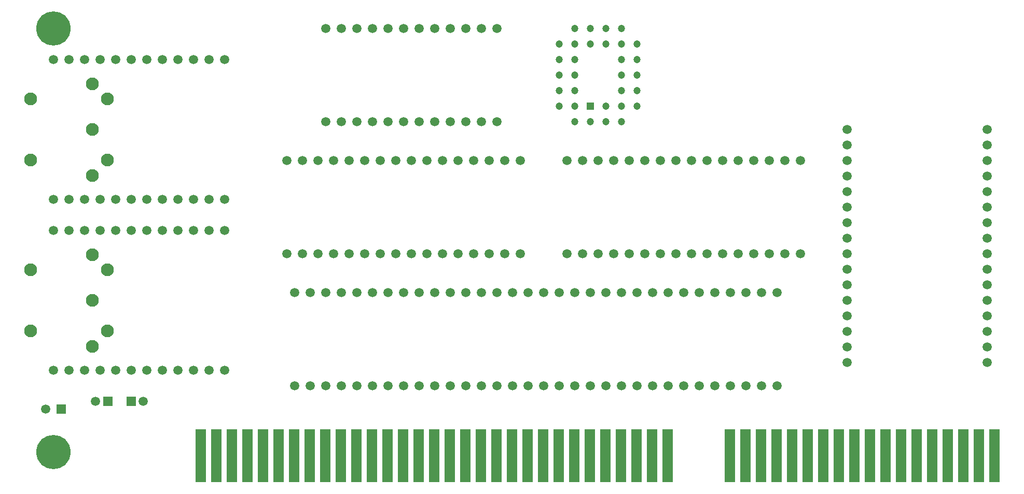
<source format=gbs>
%TF.GenerationSoftware,KiCad,Pcbnew,8.0.4*%
%TF.CreationDate,2024-08-15T20:49:57+02:00*%
%TF.ProjectId,LCD Board,4c434420-426f-4617-9264-2e6b69636164,rev?*%
%TF.SameCoordinates,PX18392c0PY54c81a0*%
%TF.FileFunction,Soldermask,Bot*%
%TF.FilePolarity,Negative*%
%FSLAX46Y46*%
G04 Gerber Fmt 4.6, Leading zero omitted, Abs format (unit mm)*
G04 Created by KiCad (PCBNEW 8.0.4) date 2024-08-15 20:49:57*
%MOMM*%
%LPD*%
G01*
G04 APERTURE LIST*
%ADD10R,1.500000X1.500000*%
%ADD11C,1.500000*%
%ADD12C,2.100000*%
%ADD13C,5.600000*%
%ADD14R,1.780000X8.620000*%
%ADD15R,1.200000X1.200000*%
%ADD16C,1.200000*%
G04 APERTURE END LIST*
D10*
%TO.C,C3*%
X12700000Y-60960000D03*
D11*
X14700000Y-60960000D03*
%TD*%
D10*
%TO.C,LED1*%
X1270000Y-62230000D03*
D11*
X-1270000Y-62230000D03*
%TD*%
%TO.C,B6*%
X44450000Y-15240000D03*
X46990000Y-15240000D03*
X49530000Y-15240000D03*
X52070000Y-15240000D03*
X54610000Y-15240000D03*
X57150000Y-15240000D03*
X59690000Y-15240000D03*
X62230000Y-15240000D03*
X64770000Y-15240000D03*
X67310000Y-15240000D03*
X69850000Y-15240000D03*
X72390000Y-15240000D03*
X72390000Y0D03*
X69850000Y0D03*
X67310000Y0D03*
X64770000Y0D03*
X62230000Y0D03*
X59690000Y0D03*
X57150000Y0D03*
X54610000Y0D03*
X52070000Y0D03*
X49530000Y0D03*
X46990000Y0D03*
X44450000Y0D03*
%TD*%
D10*
%TO.C,C4*%
X8890000Y-60960000D03*
D11*
X6890000Y-60960000D03*
%TD*%
D12*
%TO.C,B4*%
X6350000Y-24010000D03*
X-3650000Y-21510000D03*
X8850000Y-21510000D03*
X6350000Y-16510000D03*
X-3650000Y-11510000D03*
X8850000Y-11510000D03*
X6350000Y-9010000D03*
D11*
X0Y-27940000D03*
X2540000Y-27940000D03*
X5080000Y-27940000D03*
X7620000Y-27940000D03*
X10160000Y-27940000D03*
X12700000Y-27940000D03*
X15240000Y-27940000D03*
X17780000Y-27940000D03*
X20320000Y-27940000D03*
X22860000Y-27940000D03*
X25400000Y-27940000D03*
X27940000Y-27940000D03*
X27940000Y-5080000D03*
X25400000Y-5080000D03*
X22860000Y-5080000D03*
X20320000Y-5080000D03*
X17780000Y-5080000D03*
X15240000Y-5080000D03*
X12700000Y-5080000D03*
X10160000Y-5080000D03*
X7620000Y-5080000D03*
X5080000Y-5080000D03*
X2540000Y-5080000D03*
X0Y-5080000D03*
%TD*%
%TO.C,B1*%
X129540000Y-16510000D03*
X129540000Y-19050000D03*
X129540000Y-21590000D03*
X129540000Y-24130000D03*
X129540000Y-26670000D03*
X129540000Y-29210000D03*
X129540000Y-31750000D03*
X129540000Y-34290000D03*
X129540000Y-36830000D03*
X129540000Y-39370000D03*
X129540000Y-41910000D03*
X129540000Y-44450000D03*
X129540000Y-46990000D03*
X129540000Y-49530000D03*
X129540000Y-52070000D03*
X129540000Y-54610000D03*
X152400000Y-54610000D03*
X152400000Y-52070000D03*
X152400000Y-49530000D03*
X152400000Y-46990000D03*
X152400000Y-44450000D03*
X152400000Y-41910000D03*
X152400000Y-39370000D03*
X152400000Y-36830000D03*
X152400000Y-34290000D03*
X152400000Y-31750000D03*
X152400000Y-29210000D03*
X152400000Y-26670000D03*
X152400000Y-24130000D03*
X152400000Y-21590000D03*
X152400000Y-19050000D03*
X152400000Y-16510000D03*
%TD*%
D13*
%TO.C,H7*%
X0Y0D03*
%TD*%
D12*
%TO.C,B5*%
X6350000Y-51950000D03*
X-3650000Y-49450000D03*
X8850000Y-49450000D03*
X6350000Y-44450000D03*
X-3650000Y-39450000D03*
X8850000Y-39450000D03*
X6350000Y-36950000D03*
D11*
X0Y-55880000D03*
X2540000Y-55880000D03*
X5080000Y-55880000D03*
X7620000Y-55880000D03*
X10160000Y-55880000D03*
X12700000Y-55880000D03*
X15240000Y-55880000D03*
X17780000Y-55880000D03*
X20320000Y-55880000D03*
X22860000Y-55880000D03*
X25400000Y-55880000D03*
X27940000Y-55880000D03*
X27940000Y-33020000D03*
X25400000Y-33020000D03*
X22860000Y-33020000D03*
X20320000Y-33020000D03*
X17780000Y-33020000D03*
X15240000Y-33020000D03*
X12700000Y-33020000D03*
X10160000Y-33020000D03*
X7620000Y-33020000D03*
X5080000Y-33020000D03*
X2540000Y-33020000D03*
X0Y-33020000D03*
%TD*%
%TO.C,B16*%
X39370000Y-58420000D03*
X41910000Y-58420000D03*
X44450000Y-58420000D03*
X46990000Y-58420000D03*
X49530000Y-58420000D03*
X52070000Y-58420000D03*
X54610000Y-58420000D03*
X57150000Y-58420000D03*
X59690000Y-58420000D03*
X62230000Y-58420000D03*
X64770000Y-58420000D03*
X67310000Y-58420000D03*
X69850000Y-58420000D03*
X72390000Y-58420000D03*
X74930000Y-58420000D03*
X77470000Y-58420000D03*
X80010000Y-58420000D03*
X82550000Y-58420000D03*
X85090000Y-58420000D03*
X87630000Y-58420000D03*
X90170000Y-58420000D03*
X92710000Y-58420000D03*
X95250000Y-58420000D03*
X97790000Y-58420000D03*
X100330000Y-58420000D03*
X102870000Y-58420000D03*
X105410000Y-58420000D03*
X107950000Y-58420000D03*
X110490000Y-58420000D03*
X113030000Y-58420000D03*
X115570000Y-58420000D03*
X118110000Y-58420000D03*
X118110000Y-43180000D03*
X115570000Y-43180000D03*
X113030000Y-43180000D03*
X110490000Y-43180000D03*
X107950000Y-43180000D03*
X105410000Y-43180000D03*
X102870000Y-43180000D03*
X100330000Y-43180000D03*
X97790000Y-43180000D03*
X95250000Y-43180000D03*
X92710000Y-43180000D03*
X90170000Y-43180000D03*
X87630000Y-43180000D03*
X85090000Y-43180000D03*
X82550000Y-43180000D03*
X80010000Y-43180000D03*
X77470000Y-43180000D03*
X74930000Y-43180000D03*
X72390000Y-43180000D03*
X69850000Y-43180000D03*
X67310000Y-43180000D03*
X64770000Y-43180000D03*
X62230000Y-43180000D03*
X59690000Y-43180000D03*
X57150000Y-43180000D03*
X54610000Y-43180000D03*
X52070000Y-43180000D03*
X49530000Y-43180000D03*
X46990000Y-43180000D03*
X44450000Y-43180000D03*
X41910000Y-43180000D03*
X39370000Y-43180000D03*
%TD*%
D13*
%TO.C,H10*%
X0Y-69215000D03*
%TD*%
D14*
%TO.C,J1*%
X24079200Y-69850000D03*
X26619200Y-69850000D03*
X29159200Y-69850000D03*
X31699200Y-69850000D03*
X34239200Y-69850000D03*
X36779200Y-69850000D03*
X39319200Y-69850000D03*
X41859200Y-69850000D03*
X44399200Y-69850000D03*
X46939200Y-69850000D03*
X49479200Y-69850000D03*
X52019200Y-69850000D03*
X54559200Y-69850000D03*
X57099200Y-69850000D03*
X59639200Y-69850000D03*
X62179200Y-69850000D03*
X64719200Y-69850000D03*
X67259200Y-69850000D03*
X69799200Y-69850000D03*
X72339200Y-69850000D03*
X74879200Y-69850000D03*
X77419200Y-69850000D03*
X79959200Y-69850000D03*
X82499200Y-69850000D03*
X85039200Y-69850000D03*
X87579200Y-69850000D03*
X90119200Y-69850000D03*
X92659200Y-69850000D03*
X95199200Y-69850000D03*
X97739200Y-69850000D03*
X100279200Y-69850000D03*
X110439200Y-69850000D03*
X112979200Y-69850000D03*
X115519200Y-69850000D03*
X118059200Y-69850000D03*
X120599200Y-69850000D03*
X123139200Y-69850000D03*
X125679200Y-69850000D03*
X128219200Y-69850000D03*
X130759200Y-69850000D03*
X133299200Y-69850000D03*
X135839200Y-69850000D03*
X138379200Y-69850000D03*
X140919200Y-69850000D03*
X143459200Y-69850000D03*
X145999200Y-69850000D03*
X148539200Y-69850000D03*
X151079200Y-69850000D03*
X153619200Y-69850000D03*
%TD*%
D11*
%TO.C,B2*%
X38100000Y-36830000D03*
X40640000Y-36830000D03*
X43180000Y-36830000D03*
X45720000Y-36830000D03*
X48260000Y-36830000D03*
X50800000Y-36830000D03*
X53340000Y-36830000D03*
X55880000Y-36830000D03*
X58420000Y-36830000D03*
X60960000Y-36830000D03*
X63500000Y-36830000D03*
X66040000Y-36830000D03*
X68580000Y-36830000D03*
X71120000Y-36830000D03*
X73660000Y-36830000D03*
X76200000Y-36830000D03*
X76200000Y-21590000D03*
X73660000Y-21590000D03*
X71120000Y-21590000D03*
X68580000Y-21590000D03*
X66040000Y-21590000D03*
X63500000Y-21590000D03*
X60960000Y-21590000D03*
X58420000Y-21590000D03*
X55880000Y-21590000D03*
X53340000Y-21590000D03*
X50800000Y-21590000D03*
X48260000Y-21590000D03*
X45720000Y-21590000D03*
X43180000Y-21590000D03*
X40640000Y-21590000D03*
X38100000Y-21590000D03*
%TD*%
D15*
%TO.C,IC1*%
X87630000Y-12700000D03*
D16*
X90170000Y-15240000D03*
X90170000Y-12700000D03*
X92710000Y-15240000D03*
X95250000Y-12700000D03*
X92710000Y-12700000D03*
X95250000Y-10160000D03*
X92710000Y-10160000D03*
X95250000Y-7620000D03*
X92710000Y-7620000D03*
X95250000Y-5080000D03*
X92710000Y-5080000D03*
X95250000Y-2540000D03*
X92710000Y0D03*
X92710000Y-2540000D03*
X90170000Y0D03*
X90170000Y-2540000D03*
X87630000Y0D03*
X87630000Y-2540000D03*
X85090000Y0D03*
X82550000Y-2540000D03*
X85090000Y-2540000D03*
X82550000Y-5080000D03*
X85090000Y-5080000D03*
X82550000Y-7620000D03*
X85090000Y-7620000D03*
X82550000Y-10160000D03*
X85090000Y-10160000D03*
X82550000Y-12700000D03*
X85090000Y-15240000D03*
X85090000Y-12700000D03*
X87630000Y-15240000D03*
%TD*%
D11*
%TO.C,B3*%
X83820000Y-36830000D03*
X86360000Y-36830000D03*
X88900000Y-36830000D03*
X91440000Y-36830000D03*
X93980000Y-36830000D03*
X96520000Y-36830000D03*
X99060000Y-36830000D03*
X101600000Y-36830000D03*
X104140000Y-36830000D03*
X106680000Y-36830000D03*
X109220000Y-36830000D03*
X111760000Y-36830000D03*
X114300000Y-36830000D03*
X116840000Y-36830000D03*
X119380000Y-36830000D03*
X121920000Y-36830000D03*
X121920000Y-21590000D03*
X119380000Y-21590000D03*
X116840000Y-21590000D03*
X114300000Y-21590000D03*
X111760000Y-21590000D03*
X109220000Y-21590000D03*
X106680000Y-21590000D03*
X104140000Y-21590000D03*
X101600000Y-21590000D03*
X99060000Y-21590000D03*
X96520000Y-21590000D03*
X93980000Y-21590000D03*
X91440000Y-21590000D03*
X88900000Y-21590000D03*
X86360000Y-21590000D03*
X83820000Y-21590000D03*
%TD*%
M02*

</source>
